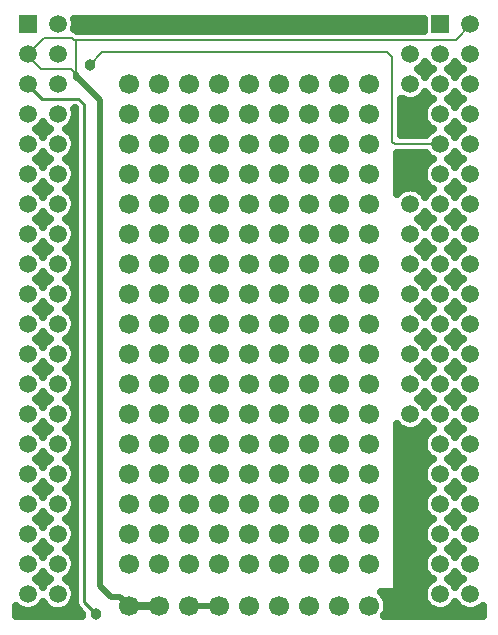
<source format=gbr>
G04 DipTrace 3.0.0.1*
G04 Top.gbr*
%MOIN*%
G04 #@! TF.FileFunction,Copper,L1,Top*
G04 #@! TF.Part,Single*
G04 #@! TA.AperFunction,Conductor*
%ADD14C,0.008*%
%ADD15C,0.02*%
G04 #@! TA.AperFunction,CopperBalancing*
%ADD16C,0.025*%
G04 #@! TA.AperFunction,Conductor*
%ADD17C,0.01*%
G04 #@! TA.AperFunction,ComponentPad*
%ADD18C,0.066929*%
%ADD19C,0.066929*%
%ADD20C,0.059055*%
%ADD21R,0.059055X0.059055*%
%ADD22C,0.059055*%
G04 #@! TA.AperFunction,ViaPad*
%ADD23C,0.038*%
%FSLAX26Y26*%
G04*
G70*
G90*
G75*
G01*
G04 Top*
%LPD*%
X1948032Y2405118D2*
D14*
Y2401969D1*
X1898819Y2352756D1*
X633412D1*
X625984D1*
X620866Y2357874D1*
X525984D1*
X473229Y2305118D1*
Y2299607D1*
X517717Y2255118D1*
X615748D1*
X632677Y2238189D1*
D15*
Y2231103D1*
X712205Y2151575D1*
Y533465D1*
X749213Y496457D1*
X781103D1*
X810630Y466929D1*
D16*
X910630D1*
X633412Y2352756D2*
D14*
Y2226809D1*
D15*
X632677Y2231103D1*
X1848032Y2005118D2*
D14*
X1696063D1*
X1687795Y2013386D1*
Y2294882D1*
X1671654Y2311024D1*
X719685D1*
X679134Y2270473D1*
X473229Y2205118D2*
D17*
Y2203544D1*
X520079Y2156693D1*
X641732D1*
X660630Y2137795D1*
Y478740D1*
X699607Y439764D1*
X1010630Y466929D2*
D15*
X1110630D1*
D23*
X679134Y2270473D3*
X699607Y439764D3*
X631210Y2397261D2*
D16*
X1789491D1*
X1786532Y2248049D2*
X1809511D1*
X1886532D2*
X1909511D1*
X1720809Y2148574D2*
X1810145D1*
X1885897D2*
X1910145D1*
X1720809Y2123705D2*
X1792665D1*
X1720809Y2098836D2*
X1789882D1*
X1720809Y2073967D2*
X1798964D1*
X510458Y2049099D2*
X536024D1*
X610458D2*
X626623D1*
X1720809D2*
X1810829D1*
X1885262D2*
X1910829D1*
X1705184Y1974492D2*
X1798622D1*
X509774Y1949624D2*
X536708D1*
X609774D2*
X626634D1*
X1705184D2*
X1811512D1*
X1884579D2*
X1911512D1*
X1705184Y1924755D2*
X1793055D1*
X1705184Y1899886D2*
X1789735D1*
X1705184Y1875017D2*
X1798280D1*
X509042Y1850149D2*
X537391D1*
X609042D2*
X626649D1*
X1783846D2*
X1812196D1*
X1883846D2*
X1912196D1*
X508358Y1750673D2*
X538124D1*
X608358D2*
X626649D1*
X1783163D2*
X1812929D1*
X1883163D2*
X1912929D1*
X507577Y1651198D2*
X538856D1*
X607577D2*
X626649D1*
X1782382D2*
X1813661D1*
X1882382D2*
X1913661D1*
X506845Y1551723D2*
X539637D1*
X606845D2*
X626649D1*
X1781649D2*
X1814442D1*
X1881649D2*
X1914442D1*
X506014Y1452248D2*
X540419D1*
X606014D2*
X626649D1*
X1780819D2*
X1815223D1*
X1880819D2*
X1915223D1*
X505184Y1352773D2*
X541249D1*
X605184D2*
X626649D1*
X1779989D2*
X1816054D1*
X1879989D2*
X1916054D1*
X504305Y1253298D2*
X542128D1*
X604305D2*
X626649D1*
X1779110D2*
X1816932D1*
X1879110D2*
X1916932D1*
X503427Y1153823D2*
X543055D1*
X603427D2*
X626649D1*
X1778231D2*
X1817860D1*
X1878231D2*
X1917860D1*
X502499Y1054348D2*
X543983D1*
X602499D2*
X626649D1*
X1705184D2*
X1721815D1*
X1774227D2*
X1818788D1*
X1877304D2*
X1918788D1*
X1705184Y1029479D2*
X1795057D1*
X1705184Y1004610D2*
X1789491D1*
X1705184Y979742D2*
X1795595D1*
X501473Y954873D2*
X544960D1*
X601473D2*
X626649D1*
X1705184D2*
X1819764D1*
X1876278D2*
X1919764D1*
X1705184Y930004D2*
X1795350D1*
X1705184Y905135D2*
X1789491D1*
X1705184Y880267D2*
X1795302D1*
X501571Y855398D2*
X544911D1*
X601571D2*
X626649D1*
X1705184D2*
X1819716D1*
X1876376D2*
X1919716D1*
X1705184Y830529D2*
X1795595D1*
X1705184Y805660D2*
X1789491D1*
X1705184Y780792D2*
X1795057D1*
X502548Y755923D2*
X543934D1*
X602548D2*
X626649D1*
X1705184D2*
X1818739D1*
X1877352D2*
X1918739D1*
X1705184Y731054D2*
X1795887D1*
X1705184Y706185D2*
X1789491D1*
X1705184Y681317D2*
X1794813D1*
X503475Y656448D2*
X542958D1*
X603475D2*
X626649D1*
X1705184D2*
X1817762D1*
X1878280D2*
X1917762D1*
X1705184Y631579D2*
X1796132D1*
X1705184Y606710D2*
X1789540D1*
X1705184Y581841D2*
X1794569D1*
X504403Y556973D2*
X542079D1*
X604403D2*
X626649D1*
X1705184D2*
X1816884D1*
X1879208D2*
X1916884D1*
X1705184Y532104D2*
X1796425D1*
X1657528Y507235D2*
X1789540D1*
X1671054Y482366D2*
X1794325D1*
X505233Y457498D2*
X541200D1*
X605233D2*
X634852D1*
X1672372D2*
X1816005D1*
X1880038D2*
X1916005D1*
X434725Y432629D2*
X652186D1*
X1662313D2*
X1986561D1*
X1798032Y2279854D2*
X1793359Y2272186D1*
X1787649Y2265501D1*
X1780964Y2259791D1*
X1773296Y2255118D1*
X1780964Y2250446D1*
X1787649Y2244736D1*
X1793359Y2238050D1*
X1798032Y2230383D1*
X1802704Y2238050D1*
X1808414Y2244736D1*
X1815100Y2250446D1*
X1822767Y2255118D1*
X1815100Y2259791D1*
X1808414Y2265501D1*
X1802704Y2272186D1*
X1798032Y2279854D1*
Y2179854D2*
X1793359Y2172186D1*
X1787649Y2165501D1*
X1780964Y2159791D1*
X1773468Y2155197D1*
X1765345Y2151833D1*
X1756796Y2149781D1*
X1748032Y2149091D1*
X1739267Y2149781D1*
X1730718Y2151833D1*
X1722596Y2155197D1*
X1718296Y2157382D1*
Y2035654D1*
X1800995Y2035618D1*
X1805428Y2041505D1*
X1811645Y2047722D1*
X1818757Y2052890D1*
X1822596Y2055197D1*
X1815100Y2059791D1*
X1808414Y2065501D1*
X1802704Y2072186D1*
X1798111Y2079682D1*
X1794746Y2087805D1*
X1792694Y2096354D1*
X1792004Y2105118D1*
X1792694Y2113883D1*
X1794746Y2122432D1*
X1798111Y2130554D1*
X1802704Y2138050D1*
X1808414Y2144736D1*
X1815100Y2150446D1*
X1822767Y2155118D1*
X1815100Y2159791D1*
X1808414Y2165501D1*
X1802704Y2172186D1*
X1798032Y2179854D1*
Y1579854D2*
X1793359Y1572186D1*
X1787649Y1565501D1*
X1780964Y1559791D1*
X1773296Y1555118D1*
X1780964Y1550446D1*
X1787649Y1544736D1*
X1793359Y1538050D1*
X1798032Y1530383D1*
X1802704Y1538050D1*
X1808414Y1544736D1*
X1815100Y1550446D1*
X1822767Y1555118D1*
X1815100Y1559791D1*
X1808414Y1565501D1*
X1802704Y1572186D1*
X1798032Y1579854D1*
X1773296Y1655118D2*
X1780964Y1650446D1*
X1787649Y1644736D1*
X1793359Y1638050D1*
X1798032Y1630383D1*
X1802704Y1638050D1*
X1808414Y1644736D1*
X1815100Y1650446D1*
X1822767Y1655118D1*
X1815100Y1659791D1*
X1808414Y1665501D1*
X1802704Y1672186D1*
X1798032Y1679854D1*
X1793359Y1672186D1*
X1787649Y1665501D1*
X1780964Y1659791D1*
X1773296Y1655118D1*
X1798032Y1479854D2*
X1793359Y1472186D1*
X1787649Y1465501D1*
X1780964Y1459791D1*
X1773296Y1455118D1*
X1780964Y1450446D1*
X1787649Y1444736D1*
X1793359Y1438050D1*
X1798032Y1430383D1*
X1802704Y1438050D1*
X1808414Y1444736D1*
X1815100Y1450446D1*
X1822767Y1455118D1*
X1815100Y1459791D1*
X1808414Y1465501D1*
X1802704Y1472186D1*
X1798032Y1479854D1*
Y1379854D2*
X1793359Y1372186D1*
X1787649Y1365501D1*
X1780964Y1359791D1*
X1773296Y1355118D1*
X1780964Y1350446D1*
X1787649Y1344736D1*
X1793359Y1338050D1*
X1798032Y1330383D1*
X1802704Y1338050D1*
X1808414Y1344736D1*
X1815100Y1350446D1*
X1822767Y1355118D1*
X1815100Y1359791D1*
X1808414Y1365501D1*
X1802704Y1372186D1*
X1798032Y1379854D1*
Y1279854D2*
X1793359Y1272186D1*
X1787649Y1265501D1*
X1780964Y1259791D1*
X1773296Y1255118D1*
X1780964Y1250446D1*
X1787649Y1244736D1*
X1793359Y1238050D1*
X1798032Y1230383D1*
X1802704Y1238050D1*
X1808414Y1244736D1*
X1815100Y1250446D1*
X1822767Y1255118D1*
X1815100Y1259791D1*
X1808414Y1265501D1*
X1802704Y1272186D1*
X1798032Y1279854D1*
Y1779854D2*
X1793359Y1772186D1*
X1787649Y1765501D1*
X1780964Y1759791D1*
X1773296Y1755118D1*
X1780964Y1750446D1*
X1787649Y1744736D1*
X1793359Y1738050D1*
X1798032Y1730383D1*
X1802704Y1738050D1*
X1808414Y1744736D1*
X1815100Y1750446D1*
X1822767Y1755118D1*
X1815100Y1759791D1*
X1808414Y1765501D1*
X1802704Y1772186D1*
X1798032Y1779854D1*
X1702657Y1837979D2*
X1708414Y1844736D1*
X1715100Y1850446D1*
X1722596Y1855039D1*
X1730718Y1858404D1*
X1739267Y1860456D1*
X1748032Y1861146D1*
X1756796Y1860456D1*
X1765345Y1858404D1*
X1773468Y1855039D1*
X1780964Y1850446D1*
X1787649Y1844736D1*
X1793359Y1838050D1*
X1798032Y1830383D1*
X1802704Y1838050D1*
X1808414Y1844736D1*
X1815100Y1850446D1*
X1822767Y1855118D1*
X1815100Y1859791D1*
X1808414Y1865501D1*
X1802704Y1872186D1*
X1798111Y1879682D1*
X1794746Y1887805D1*
X1792694Y1896354D1*
X1792004Y1905118D1*
X1792694Y1913883D1*
X1794746Y1922432D1*
X1798111Y1930554D1*
X1802704Y1938050D1*
X1808414Y1944736D1*
X1815100Y1950446D1*
X1822767Y1955118D1*
X1815100Y1959791D1*
X1808414Y1965501D1*
X1802704Y1972186D1*
X1801072Y1974629D1*
X1702670Y1974618D1*
X1702666Y1838027D1*
X1670410Y462225D2*
X1668938Y452931D1*
X1666030Y443982D1*
X1661758Y435598D1*
X1659480Y432188D1*
X1989086Y432201D1*
X1989059Y466918D1*
X1980964Y459791D1*
X1973468Y455197D1*
X1965345Y451833D1*
X1956796Y449781D1*
X1948032Y449091D1*
X1939267Y449781D1*
X1930718Y451833D1*
X1922596Y455197D1*
X1915100Y459791D1*
X1908414Y465501D1*
X1902704Y472186D1*
X1898032Y479854D1*
X1893359Y472186D1*
X1887649Y465501D1*
X1880964Y459791D1*
X1873468Y455197D1*
X1865345Y451833D1*
X1856796Y449781D1*
X1848032Y449091D1*
X1839267Y449781D1*
X1830718Y451833D1*
X1822596Y455197D1*
X1815100Y459791D1*
X1808414Y465501D1*
X1802704Y472186D1*
X1798111Y479682D1*
X1794746Y487805D1*
X1792694Y496354D1*
X1792004Y505118D1*
X1792694Y513883D1*
X1794746Y522432D1*
X1798111Y530554D1*
X1802704Y538050D1*
X1808414Y544736D1*
X1815100Y550446D1*
X1822767Y555118D1*
X1815100Y559791D1*
X1808414Y565501D1*
X1802704Y572186D1*
X1798111Y579682D1*
X1794746Y587805D1*
X1792694Y596354D1*
X1792004Y605118D1*
X1792694Y613883D1*
X1794746Y622432D1*
X1798111Y630554D1*
X1802704Y638050D1*
X1808414Y644736D1*
X1815100Y650446D1*
X1822767Y655118D1*
X1815100Y659791D1*
X1808414Y665501D1*
X1802704Y672186D1*
X1798111Y679682D1*
X1794746Y687805D1*
X1792694Y696354D1*
X1792004Y705118D1*
X1792694Y713883D1*
X1794746Y722432D1*
X1798111Y730554D1*
X1802704Y738050D1*
X1808414Y744736D1*
X1815100Y750446D1*
X1822767Y755118D1*
X1815100Y759791D1*
X1808414Y765501D1*
X1802704Y772186D1*
X1798111Y779682D1*
X1794746Y787805D1*
X1792694Y796354D1*
X1792004Y805118D1*
X1792694Y813883D1*
X1794746Y822432D1*
X1798111Y830554D1*
X1802704Y838050D1*
X1808414Y844736D1*
X1815100Y850446D1*
X1822767Y855118D1*
X1815100Y859791D1*
X1808414Y865501D1*
X1802704Y872186D1*
X1798111Y879682D1*
X1794746Y887805D1*
X1792694Y896354D1*
X1792004Y905118D1*
X1792694Y913883D1*
X1794746Y922432D1*
X1798111Y930554D1*
X1802704Y938050D1*
X1808414Y944736D1*
X1815100Y950446D1*
X1822767Y955118D1*
X1815100Y959791D1*
X1808414Y965501D1*
X1802704Y972186D1*
X1798111Y979682D1*
X1794746Y987805D1*
X1792694Y996354D1*
X1792004Y1005118D1*
X1792694Y1013883D1*
X1794746Y1022432D1*
X1798111Y1030554D1*
X1802704Y1038050D1*
X1808414Y1044736D1*
X1815100Y1050446D1*
X1822767Y1055118D1*
X1815100Y1059791D1*
X1808414Y1065501D1*
X1802704Y1072186D1*
X1798032Y1079854D1*
X1793359Y1072186D1*
X1787649Y1065501D1*
X1780964Y1059791D1*
X1773468Y1055197D1*
X1765345Y1051833D1*
X1756796Y1049781D1*
X1748032Y1049091D1*
X1739267Y1049781D1*
X1730718Y1051833D1*
X1722596Y1055197D1*
X1715100Y1059791D1*
X1708414Y1065501D1*
X1702657Y1072258D1*
X1702666Y512295D1*
X1649882D1*
X1656228Y505873D1*
X1661758Y498261D1*
X1666030Y489877D1*
X1668938Y480928D1*
X1670410Y471634D1*
Y462225D1*
X1798032Y1179854D2*
X1793359Y1172186D1*
X1787649Y1165501D1*
X1780964Y1159791D1*
X1773296Y1155118D1*
X1780964Y1150446D1*
X1787649Y1144736D1*
X1793359Y1138050D1*
X1798032Y1130383D1*
X1802704Y1138050D1*
X1808414Y1144736D1*
X1815100Y1150446D1*
X1822767Y1155118D1*
X1815100Y1159791D1*
X1808414Y1165501D1*
X1802704Y1172186D1*
X1798032Y1179854D1*
X629083Y2400722D2*
X627708Y2392039D1*
X626528Y2387854D1*
X632538Y2386053D1*
X636810Y2383875D1*
X645912Y2383256D1*
X1791957D1*
X1792004Y2422089D1*
X626608Y2422130D1*
X628566Y2413883D1*
X629256Y2405118D1*
X629083Y2400722D1*
X523229Y2079854D2*
X518556Y2072186D1*
X512846Y2065501D1*
X506161Y2059791D1*
X498493Y2055118D1*
X506161Y2050446D1*
X512846Y2044736D1*
X518556Y2038050D1*
X523229Y2030383D1*
X527901Y2038050D1*
X533611Y2044736D1*
X540296Y2050446D1*
X547964Y2055118D1*
X540296Y2059791D1*
X533611Y2065501D1*
X527901Y2072186D1*
X523228Y2079854D1*
X629130Y2101907D2*
X627708Y2092039D1*
X624991Y2083678D1*
X621000Y2075844D1*
X615832Y2068731D1*
X609616Y2062515D1*
X602503Y2057347D1*
X598665Y2055039D1*
X606161Y2050446D1*
X612846Y2044736D1*
X618556Y2038050D1*
X623149Y2030554D1*
X626514Y2022432D1*
X628566Y2013883D1*
X629130Y2008329D1*
Y2124785D1*
X626514Y2122432D1*
X628566Y2113883D1*
X629083Y2109514D1*
X523229Y1979854D2*
X518556Y1972186D1*
X512846Y1965501D1*
X506161Y1959791D1*
X498493Y1955118D1*
X506161Y1950446D1*
X512846Y1944736D1*
X518556Y1938050D1*
X523229Y1930383D1*
X527901Y1938050D1*
X533611Y1944736D1*
X540296Y1950446D1*
X547964Y1955118D1*
X540296Y1959791D1*
X533611Y1965501D1*
X527901Y1972186D1*
X523228Y1979854D1*
X629130Y2001907D2*
X627708Y1992039D1*
X624991Y1983678D1*
X621000Y1975844D1*
X615832Y1968731D1*
X609616Y1962515D1*
X602503Y1957347D1*
X598665Y1955039D1*
X606161Y1950446D1*
X612846Y1944736D1*
X618556Y1938050D1*
X623149Y1930554D1*
X626514Y1922432D1*
X628566Y1913883D1*
X629130Y1908329D1*
Y2001348D1*
X523229Y1879854D2*
X518556Y1872186D1*
X512846Y1865501D1*
X506161Y1859791D1*
X498493Y1855118D1*
X506161Y1850446D1*
X512846Y1844736D1*
X518556Y1838050D1*
X523229Y1830383D1*
X527901Y1838050D1*
X533611Y1844736D1*
X540296Y1850446D1*
X547964Y1855118D1*
X540296Y1859791D1*
X533611Y1865501D1*
X527901Y1872186D1*
X523228Y1879854D1*
X629130Y1901907D2*
X627708Y1892039D1*
X624991Y1883678D1*
X621000Y1875844D1*
X615832Y1868731D1*
X609616Y1862515D1*
X602503Y1857347D1*
X598665Y1855039D1*
X606161Y1850446D1*
X612846Y1844736D1*
X618556Y1838050D1*
X623149Y1830554D1*
X626514Y1822432D1*
X628566Y1813883D1*
X629130Y1808329D1*
Y1901348D1*
X523229Y1779854D2*
X518556Y1772186D1*
X512846Y1765501D1*
X506161Y1759791D1*
X498493Y1755118D1*
X506161Y1750446D1*
X512846Y1744736D1*
X518556Y1738050D1*
X523229Y1730383D1*
X527901Y1738050D1*
X533611Y1744736D1*
X540296Y1750446D1*
X547964Y1755118D1*
X540296Y1759791D1*
X533611Y1765501D1*
X527901Y1772186D1*
X523228Y1779854D1*
X629130Y1801907D2*
X627708Y1792039D1*
X624991Y1783678D1*
X621000Y1775844D1*
X615832Y1768731D1*
X609616Y1762515D1*
X602503Y1757347D1*
X598665Y1755039D1*
X606161Y1750446D1*
X612846Y1744736D1*
X618556Y1738050D1*
X623149Y1730554D1*
X626514Y1722432D1*
X628566Y1713883D1*
X629130Y1708329D1*
Y1801348D1*
X523229Y1679854D2*
X518556Y1672186D1*
X512846Y1665501D1*
X506161Y1659791D1*
X498493Y1655118D1*
X506161Y1650446D1*
X512846Y1644736D1*
X518556Y1638050D1*
X523229Y1630383D1*
X527901Y1638050D1*
X533611Y1644736D1*
X540296Y1650446D1*
X547964Y1655118D1*
X540296Y1659791D1*
X533611Y1665501D1*
X527901Y1672186D1*
X523228Y1679854D1*
X629130Y1701907D2*
X627708Y1692039D1*
X624991Y1683678D1*
X621000Y1675844D1*
X615832Y1668731D1*
X609616Y1662515D1*
X602503Y1657347D1*
X598665Y1655039D1*
X606161Y1650446D1*
X612846Y1644736D1*
X618556Y1638050D1*
X623149Y1630554D1*
X626514Y1622432D1*
X628566Y1613883D1*
X629130Y1608329D1*
Y1701348D1*
X523229Y1579854D2*
X518556Y1572186D1*
X512846Y1565501D1*
X506161Y1559791D1*
X498493Y1555118D1*
X506161Y1550446D1*
X512846Y1544736D1*
X518556Y1538050D1*
X523229Y1530383D1*
X527901Y1538050D1*
X533611Y1544736D1*
X540296Y1550446D1*
X547964Y1555118D1*
X540296Y1559791D1*
X533611Y1565501D1*
X527901Y1572186D1*
X523228Y1579854D1*
X629130Y1601907D2*
X627708Y1592039D1*
X624991Y1583678D1*
X621000Y1575844D1*
X615832Y1568731D1*
X609616Y1562515D1*
X602503Y1557347D1*
X598665Y1555039D1*
X606161Y1550446D1*
X612846Y1544736D1*
X618556Y1538050D1*
X623149Y1530554D1*
X626514Y1522432D1*
X628566Y1513883D1*
X629130Y1508329D1*
Y1601348D1*
X523229Y1479854D2*
X518556Y1472186D1*
X512846Y1465501D1*
X506161Y1459791D1*
X498493Y1455118D1*
X506161Y1450446D1*
X512846Y1444736D1*
X518556Y1438050D1*
X523229Y1430383D1*
X527901Y1438050D1*
X533611Y1444736D1*
X540296Y1450446D1*
X547964Y1455118D1*
X540296Y1459791D1*
X533611Y1465501D1*
X527901Y1472186D1*
X523228Y1479854D1*
X629130Y1501907D2*
X627708Y1492039D1*
X624991Y1483678D1*
X621000Y1475844D1*
X615832Y1468731D1*
X609616Y1462515D1*
X602503Y1457347D1*
X598665Y1455039D1*
X606161Y1450446D1*
X612846Y1444736D1*
X618556Y1438050D1*
X623149Y1430554D1*
X626514Y1422432D1*
X628566Y1413883D1*
X629130Y1408329D1*
Y1501348D1*
X523229Y1379854D2*
X518556Y1372186D1*
X512846Y1365501D1*
X506161Y1359791D1*
X498493Y1355118D1*
X506161Y1350446D1*
X512846Y1344736D1*
X518556Y1338050D1*
X523229Y1330383D1*
X527901Y1338050D1*
X533611Y1344736D1*
X540296Y1350446D1*
X547964Y1355118D1*
X540296Y1359791D1*
X533611Y1365501D1*
X527901Y1372186D1*
X523228Y1379854D1*
X629130Y1401907D2*
X627708Y1392039D1*
X624991Y1383678D1*
X621000Y1375844D1*
X615832Y1368731D1*
X609616Y1362515D1*
X602503Y1357347D1*
X598665Y1355039D1*
X606161Y1350446D1*
X612846Y1344736D1*
X618556Y1338050D1*
X623149Y1330554D1*
X626514Y1322432D1*
X628566Y1313883D1*
X629130Y1308329D1*
Y1401348D1*
X523229Y1279854D2*
X518556Y1272186D1*
X512846Y1265501D1*
X506161Y1259791D1*
X498493Y1255118D1*
X506161Y1250446D1*
X512846Y1244736D1*
X518556Y1238050D1*
X523229Y1230383D1*
X527901Y1238050D1*
X533611Y1244736D1*
X540296Y1250446D1*
X547964Y1255118D1*
X540296Y1259791D1*
X533611Y1265501D1*
X527901Y1272186D1*
X523228Y1279854D1*
X629130Y1301907D2*
X627708Y1292039D1*
X624991Y1283678D1*
X621000Y1275844D1*
X615832Y1268731D1*
X609616Y1262515D1*
X602503Y1257347D1*
X598665Y1255039D1*
X606161Y1250446D1*
X612846Y1244736D1*
X618556Y1238050D1*
X623149Y1230554D1*
X626514Y1222432D1*
X628566Y1213883D1*
X629130Y1208329D1*
Y1301348D1*
X523229Y1179854D2*
X518556Y1172186D1*
X512846Y1165501D1*
X506161Y1159791D1*
X498493Y1155118D1*
X506161Y1150446D1*
X512846Y1144736D1*
X518556Y1138050D1*
X523229Y1130383D1*
X527901Y1138050D1*
X533611Y1144736D1*
X540296Y1150446D1*
X547964Y1155118D1*
X540296Y1159791D1*
X533611Y1165501D1*
X527901Y1172186D1*
X523228Y1179854D1*
X629130Y1201907D2*
X627708Y1192039D1*
X624991Y1183678D1*
X621000Y1175844D1*
X615832Y1168731D1*
X609616Y1162515D1*
X602503Y1157347D1*
X598665Y1155039D1*
X606161Y1150446D1*
X612846Y1144736D1*
X618556Y1138050D1*
X623149Y1130554D1*
X626514Y1122432D1*
X628566Y1113883D1*
X629130Y1108329D1*
Y1201348D1*
X523229Y1079854D2*
X518556Y1072186D1*
X512846Y1065501D1*
X506161Y1059791D1*
X498493Y1055118D1*
X506161Y1050446D1*
X512846Y1044736D1*
X518556Y1038050D1*
X523229Y1030383D1*
X527901Y1038050D1*
X533611Y1044736D1*
X540296Y1050446D1*
X547964Y1055118D1*
X540296Y1059791D1*
X533611Y1065501D1*
X527901Y1072186D1*
X523228Y1079854D1*
X629130Y1101907D2*
X627708Y1092039D1*
X624991Y1083678D1*
X621000Y1075844D1*
X615832Y1068731D1*
X609616Y1062515D1*
X602503Y1057347D1*
X598665Y1055039D1*
X606161Y1050446D1*
X612846Y1044736D1*
X618556Y1038050D1*
X623149Y1030554D1*
X626514Y1022432D1*
X628566Y1013883D1*
X629130Y1008329D1*
Y1101348D1*
X523229Y979854D2*
X518556Y972186D1*
X512846Y965501D1*
X506161Y959791D1*
X498493Y955118D1*
X506161Y950446D1*
X512846Y944736D1*
X518556Y938050D1*
X523229Y930383D1*
X527901Y938050D1*
X533611Y944736D1*
X540296Y950446D1*
X547964Y955118D1*
X540296Y959791D1*
X533611Y965501D1*
X527901Y972186D1*
X523228Y979854D1*
X629130Y1001907D2*
X627708Y992039D1*
X624991Y983678D1*
X621000Y975844D1*
X615832Y968731D1*
X609616Y962515D1*
X602503Y957347D1*
X598665Y955039D1*
X606161Y950446D1*
X612846Y944736D1*
X618556Y938050D1*
X623149Y930554D1*
X626514Y922432D1*
X628566Y913883D1*
X629130Y908329D1*
Y1001348D1*
X523229Y879854D2*
X518556Y872186D1*
X512846Y865501D1*
X506161Y859791D1*
X498493Y855118D1*
X506161Y850446D1*
X512846Y844736D1*
X518556Y838050D1*
X523229Y830383D1*
X527901Y838050D1*
X533611Y844736D1*
X540296Y850446D1*
X547964Y855118D1*
X540296Y859791D1*
X533611Y865501D1*
X527901Y872186D1*
X523228Y879854D1*
X629130Y901907D2*
X627708Y892039D1*
X624991Y883678D1*
X621000Y875844D1*
X615832Y868731D1*
X609616Y862515D1*
X602503Y857347D1*
X598665Y855039D1*
X606161Y850446D1*
X612846Y844736D1*
X618556Y838050D1*
X623149Y830554D1*
X626514Y822432D1*
X628566Y813883D1*
X629130Y808329D1*
Y901348D1*
X523229Y779854D2*
X518556Y772186D1*
X512846Y765501D1*
X506161Y759791D1*
X498493Y755118D1*
X506161Y750446D1*
X512846Y744736D1*
X518556Y738050D1*
X523229Y730383D1*
X527901Y738050D1*
X533611Y744736D1*
X540296Y750446D1*
X547964Y755118D1*
X540296Y759791D1*
X533611Y765501D1*
X527901Y772186D1*
X523228Y779854D1*
X629130Y801907D2*
X627708Y792039D1*
X624991Y783678D1*
X621000Y775844D1*
X615832Y768731D1*
X609616Y762515D1*
X602503Y757347D1*
X598665Y755039D1*
X606161Y750446D1*
X612846Y744736D1*
X618556Y738050D1*
X623149Y730554D1*
X626514Y722432D1*
X628566Y713883D1*
X629130Y708329D1*
Y801348D1*
X523229Y679854D2*
X518556Y672186D1*
X512846Y665501D1*
X506161Y659791D1*
X498493Y655118D1*
X506161Y650446D1*
X512846Y644736D1*
X518556Y638050D1*
X523229Y630383D1*
X527901Y638050D1*
X533611Y644736D1*
X540296Y650446D1*
X547964Y655118D1*
X540296Y659791D1*
X533611Y665501D1*
X527901Y672186D1*
X523228Y679854D1*
X629130Y701907D2*
X627708Y692039D1*
X624991Y683678D1*
X621000Y675844D1*
X615832Y668731D1*
X609616Y662515D1*
X602503Y657347D1*
X598665Y655039D1*
X606161Y650446D1*
X612846Y644736D1*
X618556Y638050D1*
X623149Y630554D1*
X626514Y622432D1*
X628566Y613883D1*
X629130Y608329D1*
Y701348D1*
X523229Y579854D2*
X518556Y572186D1*
X512846Y565501D1*
X506161Y559791D1*
X498493Y555118D1*
X506161Y550446D1*
X512846Y544736D1*
X518556Y538050D1*
X523229Y530383D1*
X527901Y538050D1*
X533611Y544736D1*
X540296Y550446D1*
X547964Y555118D1*
X540296Y559791D1*
X533611Y565501D1*
X527901Y572186D1*
X523228Y579854D1*
X629130Y601907D2*
X627708Y592039D1*
X624991Y583678D1*
X621000Y575844D1*
X615832Y568731D1*
X609616Y562515D1*
X602503Y557347D1*
X598665Y555039D1*
X606161Y550446D1*
X612846Y544736D1*
X618556Y538050D1*
X623149Y530554D1*
X626514Y522432D1*
X628566Y513883D1*
X629130Y508329D1*
Y601348D1*
X523229Y479854D2*
X518556Y472186D1*
X512846Y465501D1*
X506161Y459791D1*
X498665Y455197D1*
X490542Y451833D1*
X481993Y449781D1*
X473229Y449091D1*
X464464Y449781D1*
X455915Y451833D1*
X447793Y455197D1*
X440296Y459791D1*
X433611Y465501D1*
X432200Y467028D1*
X432201Y432238D1*
X654711Y432201D1*
X654142Y440670D1*
X636677Y458283D1*
X632563Y464440D1*
X630000Y471387D1*
X629130Y478740D1*
X629083Y500722D1*
X627708Y492039D1*
X624991Y483678D1*
X621000Y475844D1*
X615832Y468731D1*
X609616Y462515D1*
X602503Y457347D1*
X594669Y453356D1*
X586308Y450639D1*
X577624Y449263D1*
X568833D1*
X560149Y450639D1*
X551788Y453356D1*
X543954Y457347D1*
X536842Y462515D1*
X530625Y468731D1*
X525457Y475844D1*
X523228Y479854D1*
X1898032Y2279854D2*
X1893359Y2272186D1*
X1887649Y2265501D1*
X1880964Y2259791D1*
X1873296Y2255118D1*
X1880964Y2250446D1*
X1887649Y2244736D1*
X1893359Y2238050D1*
X1898032Y2230383D1*
X1902704Y2238050D1*
X1908414Y2244736D1*
X1915100Y2250446D1*
X1922767Y2255118D1*
X1915100Y2259791D1*
X1908414Y2265501D1*
X1902704Y2272186D1*
X1898032Y2279854D1*
Y2179854D2*
X1893359Y2172186D1*
X1887649Y2165501D1*
X1880964Y2159791D1*
X1873296Y2155118D1*
X1880964Y2150446D1*
X1887649Y2144736D1*
X1893359Y2138050D1*
X1898032Y2130383D1*
X1902704Y2138050D1*
X1908414Y2144736D1*
X1915100Y2150446D1*
X1922767Y2155118D1*
X1915100Y2159791D1*
X1908414Y2165501D1*
X1902704Y2172186D1*
X1898032Y2179854D1*
Y2079854D2*
X1893359Y2072186D1*
X1887649Y2065501D1*
X1880964Y2059791D1*
X1873296Y2055118D1*
X1880964Y2050446D1*
X1887649Y2044736D1*
X1893359Y2038050D1*
X1898032Y2030383D1*
X1902704Y2038050D1*
X1908414Y2044736D1*
X1915100Y2050446D1*
X1922767Y2055118D1*
X1915100Y2059791D1*
X1908414Y2065501D1*
X1902704Y2072186D1*
X1898032Y2079854D1*
Y1979854D2*
X1893359Y1972186D1*
X1887649Y1965501D1*
X1880964Y1959791D1*
X1873296Y1955118D1*
X1880964Y1950446D1*
X1887649Y1944736D1*
X1893359Y1938050D1*
X1898032Y1930383D1*
X1902704Y1938050D1*
X1908414Y1944736D1*
X1915100Y1950446D1*
X1922767Y1955118D1*
X1915100Y1959791D1*
X1908414Y1965501D1*
X1902704Y1972186D1*
X1898032Y1979854D1*
Y1879854D2*
X1893359Y1872186D1*
X1887649Y1865501D1*
X1880964Y1859791D1*
X1873296Y1855118D1*
X1880964Y1850446D1*
X1887649Y1844736D1*
X1893359Y1838050D1*
X1898032Y1830383D1*
X1902704Y1838050D1*
X1908414Y1844736D1*
X1915100Y1850446D1*
X1922767Y1855118D1*
X1915100Y1859791D1*
X1908414Y1865501D1*
X1902704Y1872186D1*
X1898032Y1879854D1*
Y1779854D2*
X1893359Y1772186D1*
X1887649Y1765501D1*
X1880964Y1759791D1*
X1873296Y1755118D1*
X1880964Y1750446D1*
X1887649Y1744736D1*
X1893359Y1738050D1*
X1898032Y1730383D1*
X1902704Y1738050D1*
X1908414Y1744736D1*
X1915100Y1750446D1*
X1922767Y1755118D1*
X1915100Y1759791D1*
X1908414Y1765501D1*
X1902704Y1772186D1*
X1898032Y1779854D1*
Y1679854D2*
X1893359Y1672186D1*
X1887649Y1665501D1*
X1880964Y1659791D1*
X1873296Y1655118D1*
X1880964Y1650446D1*
X1887649Y1644736D1*
X1893359Y1638050D1*
X1898032Y1630383D1*
X1902704Y1638050D1*
X1908414Y1644736D1*
X1915100Y1650446D1*
X1922767Y1655118D1*
X1915100Y1659791D1*
X1908414Y1665501D1*
X1902704Y1672186D1*
X1898032Y1679854D1*
Y1579854D2*
X1893359Y1572186D1*
X1887649Y1565501D1*
X1880964Y1559791D1*
X1873296Y1555118D1*
X1880964Y1550446D1*
X1887649Y1544736D1*
X1893359Y1538050D1*
X1898032Y1530383D1*
X1902704Y1538050D1*
X1908414Y1544736D1*
X1915100Y1550446D1*
X1922767Y1555118D1*
X1915100Y1559791D1*
X1908414Y1565501D1*
X1902704Y1572186D1*
X1898032Y1579854D1*
Y1479854D2*
X1893359Y1472186D1*
X1887649Y1465501D1*
X1880964Y1459791D1*
X1873296Y1455118D1*
X1880964Y1450446D1*
X1887649Y1444736D1*
X1893359Y1438050D1*
X1898032Y1430383D1*
X1902704Y1438050D1*
X1908414Y1444736D1*
X1915100Y1450446D1*
X1922767Y1455118D1*
X1915100Y1459791D1*
X1908414Y1465501D1*
X1902704Y1472186D1*
X1898032Y1479854D1*
Y1379854D2*
X1893359Y1372186D1*
X1887649Y1365501D1*
X1880964Y1359791D1*
X1873296Y1355118D1*
X1880964Y1350446D1*
X1887649Y1344736D1*
X1893359Y1338050D1*
X1898032Y1330383D1*
X1902704Y1338050D1*
X1908414Y1344736D1*
X1915100Y1350446D1*
X1922767Y1355118D1*
X1915100Y1359791D1*
X1908414Y1365501D1*
X1902704Y1372186D1*
X1898032Y1379854D1*
Y1279854D2*
X1893359Y1272186D1*
X1887649Y1265501D1*
X1880964Y1259791D1*
X1873296Y1255118D1*
X1880964Y1250446D1*
X1887649Y1244736D1*
X1893359Y1238050D1*
X1898032Y1230383D1*
X1902704Y1238050D1*
X1908414Y1244736D1*
X1915100Y1250446D1*
X1922767Y1255118D1*
X1915100Y1259791D1*
X1908414Y1265501D1*
X1902704Y1272186D1*
X1898032Y1279854D1*
Y1179854D2*
X1893359Y1172186D1*
X1887649Y1165501D1*
X1880964Y1159791D1*
X1873296Y1155118D1*
X1880964Y1150446D1*
X1887649Y1144736D1*
X1893359Y1138050D1*
X1898032Y1130383D1*
X1902704Y1138050D1*
X1908414Y1144736D1*
X1915100Y1150446D1*
X1922767Y1155118D1*
X1915100Y1159791D1*
X1908414Y1165501D1*
X1902704Y1172186D1*
X1898032Y1179854D1*
Y1079854D2*
X1893359Y1072186D1*
X1887649Y1065501D1*
X1880964Y1059791D1*
X1873296Y1055118D1*
X1880964Y1050446D1*
X1887649Y1044736D1*
X1893359Y1038050D1*
X1898032Y1030383D1*
X1902704Y1038050D1*
X1908414Y1044736D1*
X1915100Y1050446D1*
X1922767Y1055118D1*
X1915100Y1059791D1*
X1908414Y1065501D1*
X1902704Y1072186D1*
X1898032Y1079854D1*
Y979854D2*
X1893359Y972186D1*
X1887649Y965501D1*
X1880964Y959791D1*
X1873296Y955118D1*
X1880964Y950446D1*
X1887649Y944736D1*
X1893359Y938050D1*
X1898032Y930383D1*
X1902704Y938050D1*
X1908414Y944736D1*
X1915100Y950446D1*
X1922767Y955118D1*
X1915100Y959791D1*
X1908414Y965501D1*
X1902704Y972186D1*
X1898032Y979854D1*
Y879854D2*
X1893359Y872186D1*
X1887649Y865501D1*
X1880964Y859791D1*
X1873296Y855118D1*
X1880964Y850446D1*
X1887649Y844736D1*
X1893359Y838050D1*
X1898032Y830383D1*
X1902704Y838050D1*
X1908414Y844736D1*
X1915100Y850446D1*
X1922767Y855118D1*
X1915100Y859791D1*
X1908414Y865501D1*
X1902704Y872186D1*
X1898032Y879854D1*
Y779854D2*
X1893359Y772186D1*
X1887649Y765501D1*
X1880964Y759791D1*
X1873296Y755118D1*
X1880964Y750446D1*
X1887649Y744736D1*
X1893359Y738050D1*
X1898032Y730383D1*
X1902704Y738050D1*
X1908414Y744736D1*
X1915100Y750446D1*
X1922767Y755118D1*
X1915100Y759791D1*
X1908414Y765501D1*
X1902704Y772186D1*
X1898032Y779854D1*
Y679854D2*
X1893359Y672186D1*
X1887649Y665501D1*
X1880964Y659791D1*
X1873296Y655118D1*
X1880964Y650446D1*
X1887649Y644736D1*
X1893359Y638050D1*
X1898032Y630383D1*
X1902704Y638050D1*
X1908414Y644736D1*
X1915100Y650446D1*
X1922767Y655118D1*
X1915100Y659791D1*
X1908414Y665501D1*
X1902704Y672186D1*
X1898032Y679854D1*
Y579854D2*
X1893359Y572186D1*
X1887649Y565501D1*
X1880964Y559791D1*
X1873296Y555118D1*
X1880964Y550446D1*
X1887649Y544736D1*
X1893359Y538050D1*
X1898032Y530383D1*
X1902704Y538050D1*
X1908414Y544736D1*
X1915100Y550446D1*
X1922767Y555118D1*
X1915100Y559791D1*
X1908414Y565501D1*
X1902704Y572186D1*
X1898032Y579854D1*
D18*
X1010630Y605118D3*
D19*
X910630D3*
X1010630Y705118D3*
X910630D3*
X1010630Y805118D3*
X910630D3*
X1010630Y905118D3*
X910630D3*
X1010630Y1005118D3*
X910630D3*
X1010630Y1105118D3*
X910630D3*
X1010630Y1205118D3*
X910630D3*
X1010630Y1305118D3*
X910630D3*
X1010630Y1405118D3*
X910630D3*
X1010630Y1505118D3*
X910630D3*
X1010630Y1605118D3*
X910630D3*
X1010630Y1705118D3*
X910630D3*
X1010630Y1805118D3*
X910630D3*
X1010630Y1905118D3*
X910630D3*
X1010630Y2005118D3*
X910630D3*
X1010630Y2105118D3*
X910630D3*
X1010630Y2205118D3*
X910630D3*
X810630Y605118D3*
Y705118D3*
Y805118D3*
Y905118D3*
Y1005118D3*
Y1105118D3*
Y1205118D3*
Y1305118D3*
Y1405118D3*
Y1505118D3*
Y1605118D3*
Y1705118D3*
Y1805118D3*
Y1905118D3*
Y2005118D3*
Y2105118D3*
Y2205118D3*
D18*
X1310630Y605118D3*
D19*
X1210630D3*
X1310630Y705118D3*
X1210630D3*
X1310630Y805118D3*
X1210630D3*
X1310630Y905118D3*
X1210630D3*
X1310630Y1005118D3*
X1210630D3*
X1310630Y1105118D3*
X1210630D3*
X1310630Y1205118D3*
X1210630D3*
X1310630Y1305118D3*
X1210630D3*
X1310630Y1405118D3*
X1210630D3*
X1310630Y1505118D3*
X1210630D3*
X1310630Y1605118D3*
X1210630D3*
X1310630Y1705118D3*
X1210630D3*
X1310630Y1805118D3*
X1210630D3*
X1310630Y1905118D3*
X1210630D3*
X1310630Y2005118D3*
X1210630D3*
X1310630Y2105118D3*
X1210630D3*
X1310630Y2205118D3*
X1210630D3*
X1110630Y605118D3*
Y705118D3*
Y805118D3*
Y905118D3*
Y1005118D3*
Y1105118D3*
Y1205118D3*
Y1305118D3*
Y1405118D3*
Y1505118D3*
Y1605118D3*
Y1705118D3*
Y1805118D3*
Y1905118D3*
Y2005118D3*
Y2105118D3*
Y2205118D3*
D18*
X1610630Y605118D3*
D19*
X1510630D3*
X1610630Y705118D3*
X1510630D3*
X1610630Y805118D3*
X1510630D3*
X1610630Y905118D3*
X1510630D3*
X1610630Y1005118D3*
X1510630D3*
X1610630Y1105118D3*
X1510630D3*
X1610630Y1205118D3*
X1510630D3*
X1610630Y1305118D3*
X1510630D3*
X1610630Y1405118D3*
X1510630D3*
X1610630Y1505118D3*
X1510630D3*
X1610630Y1605118D3*
X1510630D3*
X1610630Y1705118D3*
X1510630D3*
X1610630Y1805118D3*
X1510630D3*
X1610630Y1905118D3*
X1510630D3*
X1610630Y2005118D3*
X1510630D3*
X1610630Y2105118D3*
X1510630D3*
X1610630Y2205118D3*
X1510630D3*
X1410630Y605118D3*
Y705118D3*
Y805118D3*
Y905118D3*
Y1005118D3*
Y1105118D3*
Y1205118D3*
Y1305118D3*
Y1405118D3*
Y1505118D3*
Y1605118D3*
Y1705118D3*
Y1805118D3*
Y1905118D3*
Y2005118D3*
Y2105118D3*
Y2205118D3*
D20*
X1748032Y2305118D3*
D19*
X1010630Y466929D3*
D20*
X1748032Y2205118D3*
D19*
X910630Y466929D3*
D20*
X1748032Y1605118D3*
D19*
X810630Y466929D3*
D20*
X1748032Y1505118D3*
D19*
X1310630Y466929D3*
D20*
X1748032Y1405118D3*
D19*
X1210630Y466929D3*
D20*
X1748032Y1305118D3*
D19*
X1110630Y466929D3*
D20*
X1748032Y1805118D3*
D19*
X1610630Y466929D3*
D20*
X1748032Y1705118D3*
D19*
X1510630Y466929D3*
D20*
X1748032Y1205118D3*
D19*
X1410630Y466929D3*
D20*
X1748032Y1105118D3*
D21*
X473229Y2405118D3*
D22*
X573229D3*
X473229Y2305118D3*
X573229D3*
X473229Y2205118D3*
X573229D3*
X473229Y2105118D3*
X573229D3*
X473229Y2005118D3*
X573229D3*
X473229Y1905118D3*
X573229D3*
X473229Y1805118D3*
X573229D3*
X473229Y1705118D3*
X573229D3*
X473229Y1605118D3*
X573229D3*
X473229Y1505118D3*
X573229D3*
X473229Y1405118D3*
X573229D3*
X473229Y1305118D3*
X573229D3*
X473229Y1205118D3*
X573229D3*
X473229Y1105118D3*
X573229D3*
X473229Y1005118D3*
X573229D3*
X473229Y905118D3*
X573229D3*
X473229Y805118D3*
X573229D3*
X473229Y705118D3*
X573229D3*
X473229Y605118D3*
X573229D3*
X473229Y505118D3*
X573229D3*
D21*
X1848032Y2405118D3*
D22*
X1948032D3*
X1848032Y2305118D3*
X1948032D3*
X1848032Y2205118D3*
X1948032D3*
X1848032Y2105118D3*
X1948032D3*
X1848032Y2005118D3*
X1948032D3*
X1848032Y1905118D3*
X1948032D3*
X1848032Y1805118D3*
X1948032D3*
X1848032Y1705118D3*
X1948032D3*
X1848032Y1605118D3*
X1948032D3*
X1848032Y1505118D3*
X1948032D3*
X1848032Y1405118D3*
X1948032D3*
X1848032Y1305118D3*
X1948032D3*
X1848032Y1205118D3*
X1948032D3*
X1848032Y1105118D3*
X1948032D3*
X1848032Y1005118D3*
X1948032D3*
X1848032Y905118D3*
X1948032D3*
X1848032Y805118D3*
X1948032D3*
X1848032Y705118D3*
X1948032D3*
X1848032Y605118D3*
X1948032D3*
X1848032Y505118D3*
X1948032D3*
M02*

</source>
